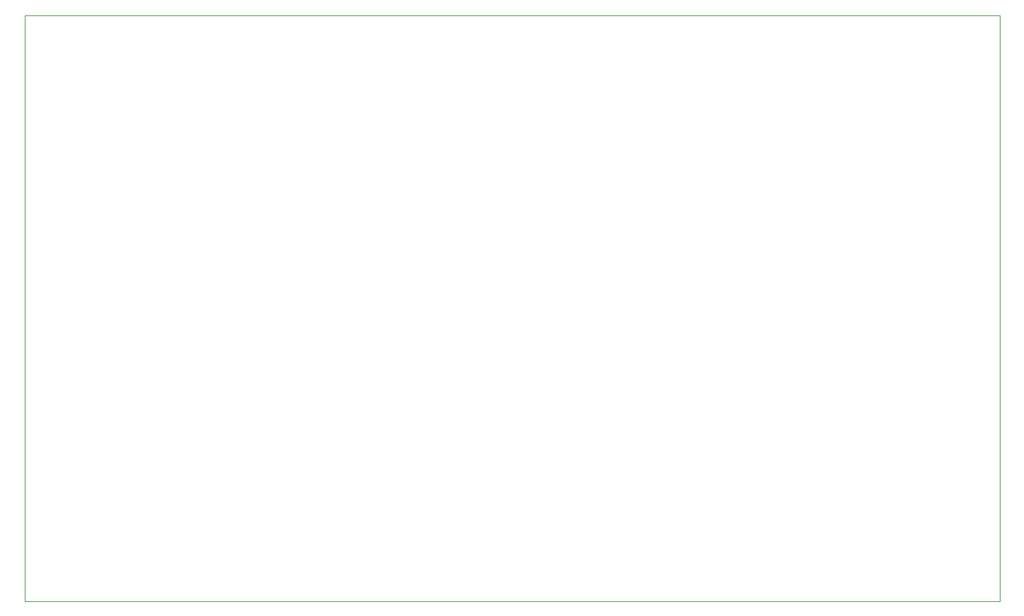
<source format=gbr>
%TF.GenerationSoftware,KiCad,Pcbnew,(7.0.0)*%
%TF.CreationDate,2023-03-22T23:13:35-04:00*%
%TF.ProjectId,controller,636f6e74-726f-46c6-9c65-722e6b696361,rev?*%
%TF.SameCoordinates,Original*%
%TF.FileFunction,Profile,NP*%
%FSLAX46Y46*%
G04 Gerber Fmt 4.6, Leading zero omitted, Abs format (unit mm)*
G04 Created by KiCad (PCBNEW (7.0.0)) date 2023-03-22 23:13:35*
%MOMM*%
%LPD*%
G01*
G04 APERTURE LIST*
%TA.AperFunction,Profile*%
%ADD10C,0.100000*%
%TD*%
G04 APERTURE END LIST*
D10*
X89000000Y-20000000D02*
X212000000Y-20000000D01*
X212000000Y-20000000D02*
X212000000Y-94000000D01*
X212000000Y-94000000D02*
X89000000Y-94000000D01*
X89000000Y-94000000D02*
X89000000Y-20000000D01*
M02*

</source>
